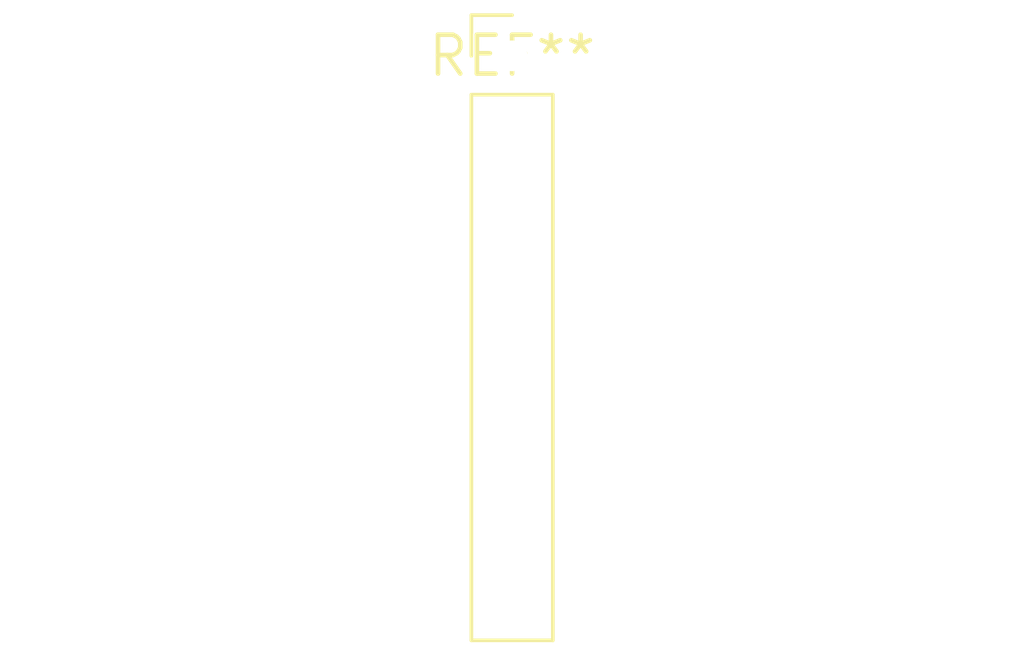
<source format=kicad_pcb>
(kicad_pcb (version 20240108) (generator pcbnew)
  (layers (0 "F.Cu" signal) (31 "B.Cu" signal) (34 "B.Paste" user) (35 "F.Paste" user) (36 "B.SilkS" user "B.Silkscreen") (37 "F.SilkS" user "F.Silkscreen") (38 "B.Mask" user) (39 "F.Mask" user) (44 "Edge.Cuts" user))
  (net 0 "")
  (footprint "PinHeader_1x08_P2.54mm_Vertical" (layer "F.Cu") (at 0 0)
    (property "Reference" "REF**")
    (property "Value" "PinHeader_1x08_P2.54mm_Vertical")
    (fp_line (start -1.33 -1.33) (end 0 -1.33) (layer "F.SilkS") (stroke (width 0.12)))
    (fp_line (start -1.33 0) (end -1.33 -1.33) (layer "F.SilkS") (stroke (width 0.12)))
    (fp_line (start -1.33 1.27) (end -1.33 19.11) (layer "F.SilkS") (stroke (width 0.12)))
    (fp_line (start -1.33 1.27) (end 1.33 1.27) (layer "F.SilkS") (stroke (width 0.12)))
    (fp_line (start -1.33 19.11) (end 1.33 19.11) (layer "F.SilkS") (stroke (width 0.12)))
    (fp_line (start 1.33 1.27) (end 1.33 19.11) (layer "F.SilkS") (stroke (width 0.12)))
    (pad "1" thru_hole rect (at 0 0) (size 1.7 1.7) (drill 1) (layers *.Cu *.Mask) (remove_unused_layers))
    (pad "2" thru_hole oval (at 0 2.54) (size 1.7 1.7) (drill 1) (layers *.Cu *.Mask) (remove_unused_layers))
    (pad "3" thru_hole oval (at 0 5.08) (size 1.7 1.7) (drill 1) (layers *.Cu *.Mask) (remove_unused_layers))
    (pad "4" thru_hole oval (at 0 7.62) (size 1.7 1.7) (drill 1) (layers *.Cu *.Mask) (remove_unused_layers))
    (pad "5" thru_hole oval (at 0 10.16) (size 1.7 1.7) (drill 1) (layers *.Cu *.Mask) (remove_unused_layers))
    (pad "6" thru_hole oval (at 0 12.7) (size 1.7 1.7) (drill 1) (layers *.Cu *.Mask) (remove_unused_layers))
    (pad "7" thru_hole oval (at 0 15.24) (size 1.7 1.7) (drill 1) (layers *.Cu *.Mask) (remove_unused_layers))
    (pad "8" thru_hole oval (at 0 17.78) (size 1.7 1.7) (drill 1) (layers *.Cu *.Mask) (remove_unused_layers))
  )
)
</source>
